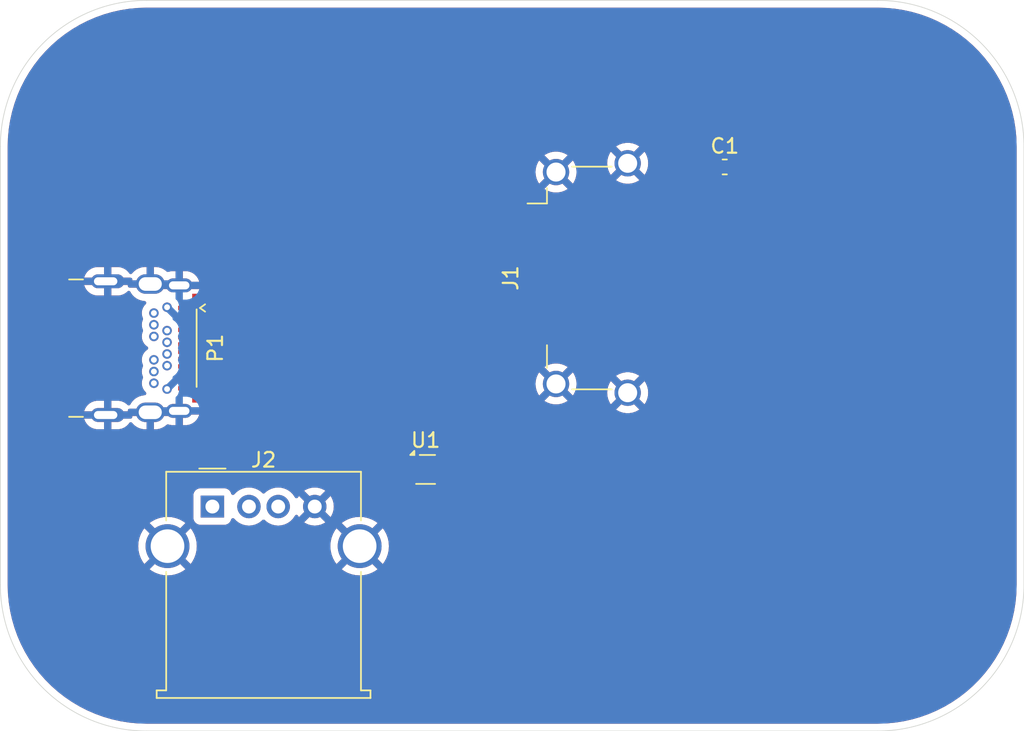
<source format=kicad_pcb>
(kicad_pcb (version 20240108) (generator "pcbnew") (generator_version "8.0")
  (layers (0 "F.Cu" signal) (31 "B.Cu" signal) (34 "B.Paste" user) (35 "F.Paste" user) (36 "B.SilkS" user "B.Silkscreen") (37 "F.SilkS" user "F.Silkscreen") (38 "B.Mask" user) (39 "F.Mask" user) (44 "Edge.Cuts" user))
  (net 0 "")
  (net 1 "GND")
  (net 2 "D0-")
  (net 3 "HPD")
  (net 4 "D1+")
  (net 6 "SCL")
  (net 7 "+5V")
  (net 8 "D0+")
  (net 9 "SDA")
  (net 10 "D2-")
  (net 11 "CEC")
  (net 12 "D1-")
  (net 13 "D2+")
  (net 14 "CK+")
  (net 15 "CK-")
  (net 16 "Net-(J2-D+)")
  (net 17 "Net-(J2-D-)")
  (net 18 "D-")
  (net 19 "D+")
  (footprint "Connector_USB:USB_A_Molex_67643_Horizontal" (layer "F.Cu") (at 134.5 84.64)
    (property "Reference" "J2" (at 3.5 -3.19 0) (layer "F.SilkS"))
    (property "Value" "USB_A")
    (fp_line (start -3.81 12.58) (end -3.81 13.1) (stroke (width 0.12)) (layer "F.SilkS"))
    (fp_line (start -3.81 13.1) (end 10.81 13.1) (stroke (width 0.12)) (layer "F.SilkS"))
    (fp_line (start -3.16 -2.38) (end -3.16 0.95) (stroke (width 0.12)) (layer "F.SilkS"))
    (fp_line (start -3.16 -2.38) (end 10.16 -2.38) (stroke (width 0.12)) (layer "F.SilkS"))
    (fp_line (start -3.16 12.58) (end -3.81 12.58) (stroke (width 0.12)) (layer "F.SilkS"))
    (fp_line (start -3.16 12.58) (end -3.16 4.47) (stroke (width 0.12)) (layer "F.SilkS"))
    (fp_line (start -0.9 -2.6) (end 0.9 -2.6) (stroke (width 0.12)) (layer "F.SilkS"))
    (fp_line (start 10.16 -2.38) (end 10.16 0.95) (stroke (width 0.12)) (layer "F.SilkS"))
    (fp_line (start 10.16 4.47) (end 10.16 12.58) (stroke (width 0.12)) (layer "F.SilkS"))
    (fp_line (start 10.81 12.58) (end 10.16 12.58) (stroke (width 0.12)) (layer "F.SilkS"))
    (fp_line (start 10.81 13.1) (end 10.81 12.58) (stroke (width 0.12)) (layer "F.SilkS"))
    (pad "1" thru_hole rect (at 0 0) (size 1.6 1.5) (drill 0.95) (layers "*.Cu" "*.Mask") (net 7 "+5V"))
    (pad "2" thru_hole circle (at 2.5 0) (size 1.6 1.6) (drill 0.95) (layers "*.Cu" "*.Mask") (net 17 "Net-(J2-D-)"))
    (pad "3" thru_hole circle (at 4.5 0) (size 1.6 1.6) (drill 0.95) (layers "*.Cu" "*.Mask") (net 16 "Net-(J2-D+)"))
    (pad "4" thru_hole circle (at 7 0) (size 1.6 1.6) (drill 0.95) (layers "*.Cu" "*.Mask") (net 1 "GND"))
    (pad "5" thru_hole circle (at -3.07 2.71) (size 3 3) (drill 2.3) (layers "*.Cu" "*.Mask") (net 1 "GND"))
    (pad "5" thru_hole circle (at 10.07 2.71) (size 3 3) (drill 2.3) (layers "*.Cu" "*.Mask") (net 1 "GND"))
  )
  (footprint "Connector_USB:USB_C_Receptacle_CNCTech_C-ARA1-AK51X" (layer "F.Cu") (at 129.2 73.8 -90)
    (property "Reference" "P1" (at 0 -5.5 -90) (layer "F.SilkS"))
    (property "Value" "USB_C_Plug")
    (fp_line (start 4.7 4.5) (end 4.7 3.55) (stroke (width 0.12)) (layer "F.SilkS"))
    (fp_line (start -4.7 3.55) (end -4.7 4.5) (stroke (width 0.12)) (layer "F.SilkS"))
    (fp_line (start -2.65 -4.22) (end 2.65 -4.22) (stroke (width 0.12)) (layer "F.SilkS"))
    (fp_line (start -2.75 -4.45) (end -2.5 -4.8) (stroke (width 0.12)) (layer "F.SilkS"))
    (fp_line (start -3 -4.8) (end -2.75 -4.45) (stroke (width 0.12)) (layer "F.SilkS"))
    (pad "A1" smd rect (at -2.75 -3.31 270) (size 0.3 0.7) (layers "F.Cu" "F.Paste" "F.Mask") (net 1 "GND"))
    (pad "A2" smd rect (at -2.25 -3.31 270) (size 0.3 0.7) (layers "F.Cu" "F.Paste" "F.Mask") (net 8 "D0+"))
    (pad "A3" smd rect (at -1.75 -3.31 270) (size 0.3 0.7) (layers "F.Cu" "F.Paste" "F.Mask") (net 2 "D0-"))
    (pad "A4" smd rect (at -1.25 -3.31 270) (size 0.3 0.7) (layers "F.Cu" "F.Paste" "F.Mask") (net 7 "+5V"))
    (pad "A5" smd rect (at -0.75 -3.31 270) (size 0.3 0.7) (layers "F.Cu" "F.Paste" "F.Mask") (net 3 "HPD"))
    (pad "A6" smd rect (at -0.25 -3.31 270) (size 0.3 0.7) (layers "F.Cu" "F.Paste" "F.Mask") (net 19 "D+"))
    (pad "A7" smd rect (at 0.25 -3.31 270) (size 0.3 0.7) (layers "F.Cu" "F.Paste" "F.Mask") (net 18 "D-"))
    (pad "A8" smd rect (at 0.75 -3.31 270) (size 0.3 0.7) (layers "F.Cu" "F.Paste" "F.Mask") (net 9 "SDA"))
    (pad "A9" smd rect (at 1.25 -3.31 270) (size 0.3 0.7) (layers "F.Cu" "F.Paste" "F.Mask") (net 7 "+5V"))
    (pad "A10" smd rect (at 1.75 -3.31 270) (size 0.3 0.7) (layers "F.Cu" "F.Paste" "F.Mask") (net 12 "D1-"))
    (pad "A11" smd rect (at 2.25 -3.31 270) (size 0.3 0.7) (layers "F.Cu" "F.Paste" "F.Mask") (net 4 "D1+"))
    (pad "A12" smd rect (at 2.75 -3.31 270) (size 0.3 0.7) (layers "F.Cu" "F.Paste" "F.Mask") (net 1 "GND"))
    (pad "B1" thru_hole circle (at 2.8 -2.2 270) (size 0.65 0.65) (drill 0.4) (layers "*.Cu" "*.Mask" "F.Paste") (net 1 "GND"))
    (pad "B2" thru_hole circle (at 2.4 -1.3 270) (size 0.65 0.65) (drill 0.4) (layers "*.Cu" "*.Mask" "F.Paste") (net 13 "D2+"))
    (pad "B3" thru_hole circle (at 1.6 -1.3 270) (size 0.65 0.65) (drill 0.4) (layers "*.Cu" "*.Mask" "F.Paste") (net 10 "D2-"))
    (pad "B4" thru_hole circle (at 1.2 -2.2 270) (size 0.65 0.65) (drill 0.4) (layers "*.Cu" "*.Mask" "F.Paste") (net 7 "+5V"))
    (pad "B5" thru_hole circle (at 0.8 -1.3 270) (size 0.65 0.65) (drill 0.4) (layers "*.Cu" "*.Mask" "F.Paste") (net 11 "CEC"))
    (pad "B6" thru_hole circle (at 0.4 -2.2 270) (size 0.65 0.65) (drill 0.4) (layers "*.Cu" "*.Mask" "F.Paste"))
    (pad "B7" thru_hole circle (at -0.4 -2.2 270) (size 0.65 0.65) (drill 0.4) (layers "*.Cu" "*.Mask" "F.Paste"))
    (pad "B8" thru_hole circle (at -0.8 -1.3 270) (size 0.65 0.65) (drill 0.4) (layers "*.Cu" "*.Mask" "F.Paste") (net 6 "SCL"))
    (pad "B9" thru_hole circle (at -1.2 -2.2 270) (size 0.65 0.65) (drill 0.4) (layers "*.Cu" "*.Mask" "F.Paste") (net 7 "+5V"))
    (pad "B10" thru_hole circle (at -1.6 -1.3 270) (size 0.65 0.65) (drill 0.4) (layers "*.Cu" "*.Mask" "F.Paste") (net 15 "CK-"))
    (pad "B11" thru_hole circle (at -2.4 -1.3 270) (size 0.65 0.65) (drill 0.4) (layers "*.Cu" "*.Mask" "F.Paste") (net 14 "CK+"))
    (pad "B12" thru_hole circle (at -2.8 -2.2 270) (size 0.65 0.65) (drill 0.4) (layers "*.Cu" "*.Mask" "F.Paste") (net 1 "GND"))
    (pad "S1" thru_hole oval (at -4.575 2 270) (size 0.95 2.28) (drill oval 0.55 1.6 (offset 0 -0.14)) (layers "*.Cu" "*.Mask" "F.Paste") (net 1 "GND"))
    (pad "S1" thru_hole oval (at -4.39 -1.05 270) (size 1.33 1.98) (drill oval 0.93 1.58) (layers "*.Cu" "*.Mask" "F.Paste") (net 1 "GND"))
    (pad "S1" thru_hole oval (at -4.295 -3.03 270) (size 0.95 1.8) (drill oval 0.55 1.4) (layers "*.Cu" "*.Mask" "F.Paste") (net 1 "GND"))
    (pad "S1" smd rect (at -3.375 -4.095 270) (size 0.7 0.35) (layers "F.Cu" "F.Paste" "F.Mask") (net 1 "GND"))
    (pad "S1" smd rect (at 3.375 -4.095 270) (size 0.7 0.35) (layers "F.Cu" "F.Paste" "F.Mask") (net 1 "GND"))
    (pad "S1" thru_hole oval (at 4.295 -3.03 270) (size 0.95 1.8) (drill oval 0.55 1.4) (layers "*.Cu" "*.Mask" "F.Paste") (net 1 "GND"))
    (pad "S1" thru_hole oval (at 4.39 -1.05 270) (size 1.33 1.98) (drill oval 0.93 1.58) (layers "*.Cu" "*.Mask" "F.Paste") (net 1 "GND"))
    (pad "S1" thru_hole oval (at 4.575 2 270) (size 0.95 2.28) (drill oval 0.55 1.6 (offset 0 -0.14)) (layers "*.Cu" "*.Mask" "F.Paste") (net 1 "GND"))
  )
  (footprint "Capacitor_SMD:C_0603_1608Metric_Pad1.08x0.95mm_HandSolder" (layer "F.Cu") (at 169.5375 61.4)
    (property "Reference" "C1" (at 0 -1.43 0) (layer "F.SilkS"))
    (property "Value" "100n")
    (fp_line (start -0.146267 -0.51) (end 0.146267 -0.51) (stroke (width 0.12)) (layer "F.SilkS"))
    (fp_line (start -0.146267 0.51) (end 0.146267 0.51) (stroke (width 0.12)) (layer "F.SilkS"))
    (pad "1" smd roundrect (at -0.8625 0) (size 1.075 0.95) (layers "F.Cu" "F.Paste" "F.Mask") (net 7 "+5V"))
    (pad "2" smd roundrect (at 0.8625 0) (size 1.075 0.95) (layers "F.Cu" "F.Paste" "F.Mask") (net 1 "GND"))
  )
  (footprint "Connector_HDMI:HDMI_A_Amphenol_10029449-x01xLF_Horizontal" (layer "F.Cu") (at 162 69 90)
    (property "Reference" "J1" (at 0 -7.1 90) (layer "F.SilkS"))
    (property "Value" "HDMI_A")
    (fp_line (start 5.1 -5.95) (end 5.1 -4.62) (stroke (width 0.12)) (layer "F.SilkS"))
    (fp_line (start 5.1 -4.62) (end 6.15 -4.62) (stroke (width 0.12)) (layer "F.SilkS"))
    (fp_line (start -6.15 -4.62) (end -4.6 -4.62) (stroke (width 0.12)) (layer "F.SilkS"))
    (fp_line (start 7.62 -2.9) (end 7.62 -0.2) (stroke (width 0.12)) (layer "F.SilkS"))
    (fp_line (start -7.62 -0.2) (end -7.62 -2.9) (stroke (width 0.12)) (layer "F.SilkS"))
    (pad "1" smd rect (at 4.75 -5 90) (size 0.3 1.9) (layers "F.Cu" "F.Paste" "F.Mask") (net 13 "D2+"))
    (pad "2" smd rect (at 4.25 -5 90) (size 0.3 1.9) (layers "F.Cu" "F.Paste" "F.Mask") (net 1 "GND"))
    (pad "3" smd rect (at 3.75 -5 90) (size 0.3 1.9) (layers "F.Cu" "F.Paste" "F.Mask") (net 10 "D2-"))
    (pad "4" smd rect (at 3.25 -5 90) (size 0.3 1.9) (layers "F.Cu" "F.Paste" "F.Mask") (net 4 "D1+"))
    (pad "5" smd rect (at 2.75 -5 90) (size 0.3 1.9) (layers "F.Cu" "F.Paste" "F.Mask") (net 1 "GND"))
    (pad "6" smd rect (at 2.25 -5 90) (size 0.3 1.9) (layers "F.Cu" "F.Paste" "F.Mask") (net 12 "D1-"))
    (pad "7" smd rect (at 1.75 -5 90) (size 0.3 1.9) (layers "F.Cu" "F.Paste" "F.Mask") (net 8 "D0+"))
    (pad "8" smd rect (at 1.25 -5 90) (size 0.3 1.9) (layers "F.Cu" "F.Paste" "F.Mask") (net 1 "GND"))
    (pad "9" smd rect (at 0.75 -5 90) (size 0.3 1.9) (layers "F.Cu" "F.Paste" "F.Mask") (net 2 "D0-"))
    (pad "10" smd rect (at 0.25 -5 90) (size 0.3 1.9) (layers "F.Cu" "F.Paste" "F.Mask") (net 14 "CK+"))
    (pad "11" smd rect (at -0.25 -5 90) (size 0.3 1.9) (layers "F.Cu" "F.Paste" "F.Mask") (net 1 "GND"))
    (pad "12" smd rect (at -0.75 -5 90) (size 0.3 1.9) (layers "F.Cu" "F.Paste" "F.Mask") (net 15 "CK-"))
    (pad "13" smd rect (at -1.25 -5 90) (size 0.3 1.9) (layers "F.Cu" "F.Paste" "F.Mask") (net 11 "CEC"))
    (pad "14" smd rect (at -1.75 -5 90) (size 0.3 1.9) (layers "F.Cu" "F.Paste" "F.Mask"))
    (pad "15" smd rect (at -2.25 -5 90) (size 0.3 1.9) (layers "F.Cu" "F.Paste" "F.Mask") (net 6 "SCL"))
    (pad "16" smd rect (at -2.75 -5 90) (size 0.3 1.9) (layers "F.Cu" "F.Paste" "F.Mask") (net 9 "SDA"))
    (pad "17" smd rect (at -3.25 -5 90) (size 0.3 1.9) (layers "F.Cu" "F.Paste" "F.Mask") (net 1 "GND"))
    (pad "18" smd rect (at -3.75 -5 90) (size 0.3 1.9) (layers "F.Cu" "F.Paste" "F.Mask") (net 7 "+5V"))
    (pad "19" smd rect (at -4.25 -5 90) (size 0.3 1.9) (layers "F.Cu" "F.Paste" "F.Mask") (net 3 "HPD"))
    (pad "SH" thru_hole circle (at -7.85 0.9 90) (size 1.8 1.8) (drill 1.3) (layers "*.Cu" "*.Mask") (net 1 "GND"))
    (pad "SH" thru_hole circle (at -7.25 -4 90) (size 1.8 1.8) (drill 1.3) (layers "*.Cu" "*.Mask") (net 1 "GND"))
    (pad "SH" thru_hole circle (at 7.25 -4 90) (size 1.8 1.8) (drill 1.3) (layers "*.Cu" "*.Mask") (net 1 "GND"))
    (pad "SH" thru_hole circle (at 7.85 0.9 90) (size 1.8 1.8) (drill 1.3) (layers "*.Cu" "*.Mask") (net 1 "GND"))
  )
  (footprint "Package_TO_SOT_SMD:SOT-666" (layer "F.Cu") (at 149.08 82.1)
    (property "Reference" "U1" (at 0 -2 0) (layer "F.SilkS"))
    (property "Value" "USBLC6-2P6")
    (fp_line (start 0.65 -0.99) (end -0.4 -0.99) (stroke (width 0.12)) (layer "F.SilkS"))
    (fp_line (start 0.65 0.99) (end -0.65 0.99) (stroke (width 0.12)) (layer "F.SilkS"))
    (fp_poly (pts (xy -0.77 -0.99) (xy -1.05 -0.99) (xy -0.77 -1.27) (xy -0.77 -0.99)) (stroke (width 0.12)) (fill solid) (layer "F.SilkS"))
    (pad "1" smd roundrect (at -0.85 -0.5375) (size 0.5 0.375) (layers "F.Cu" "F.Paste" "F.Mask") (net 19 "D+"))
    (pad "2" smd roundrect (at -0.925 0) (size 0.65 0.3) (layers "F.Cu" "F.Paste" "F.Mask") (net 1 "GND"))
    (pad "3" smd roundrect (at -0.85 0.5375) (size 0.5 0.375) (layers "F.Cu" "F.Paste" "F.Mask") (net 18 "D-"))
    (pad "4" smd roundrect (at 0.85 0.5375) (size 0.5 0.375) (layers "F.Cu" "F.Paste" "F.Mask") (net 17 "Net-(J2-D-)"))
    (pad "5" smd roundrect (at 0.925 0) (size 0.65 0.3) (layers "F.Cu" "F.Paste" "F.Mask") (net 7 "+5V"))
    (pad "6" smd roundrect (at 0.85 -0.5375) (size 0.5 0.375) (layers "F.Cu" "F.Paste" "F.Mask") (net 16 "Net-(J2-D+)"))
  )
  (gr_arc (start 120 60) (mid 122.928932 52.928932) (end 130 50) (stroke (width 0.05)) (layer "Edge.Cuts"))
  (gr_arc (start 130 100) (mid 122.928932 97.071068) (end 120 90) (stroke (width 0.05)) (layer "Edge.Cuts"))
  (gr_line (start 190 60) (end 190 90) (stroke (width 0.05)) (layer "Edge.Cuts"))
  (gr_arc (start 180 50) (mid 187.071068 52.928932) (end 190 60) (stroke (width 0.05)) (layer "Edge.Cuts"))
  (gr_line (start 130 100) (end 180 100) (stroke (width 0.05)) (layer "Edge.Cuts"))
  (gr_arc (start 190 90) (mid 187.071068 97.071068) (end 180 100) (stroke (width 0.05)) (layer "Edge.Cuts"))
  (gr_line (start 130 50) (end 180 50) (stroke (width 0.05)) (layer "Edge.Cuts"))
  (gr_line (start 120 90) (end 120 60) (stroke (width 0.05)) (layer "Edge.Cuts"))
  (zone (net 1) (net_name "GND") (layers "F&B.Cu") (connect_pads (clearance 0.5)) (min_thickness 0.25) (fill yes (thermal_gap 0.5) (thermal_bridge_width 0.5))
    (polygon (pts (xy 120 50) (xy 190 50) (xy 190 100) (xy 120 100)))
  )
)
</source>
